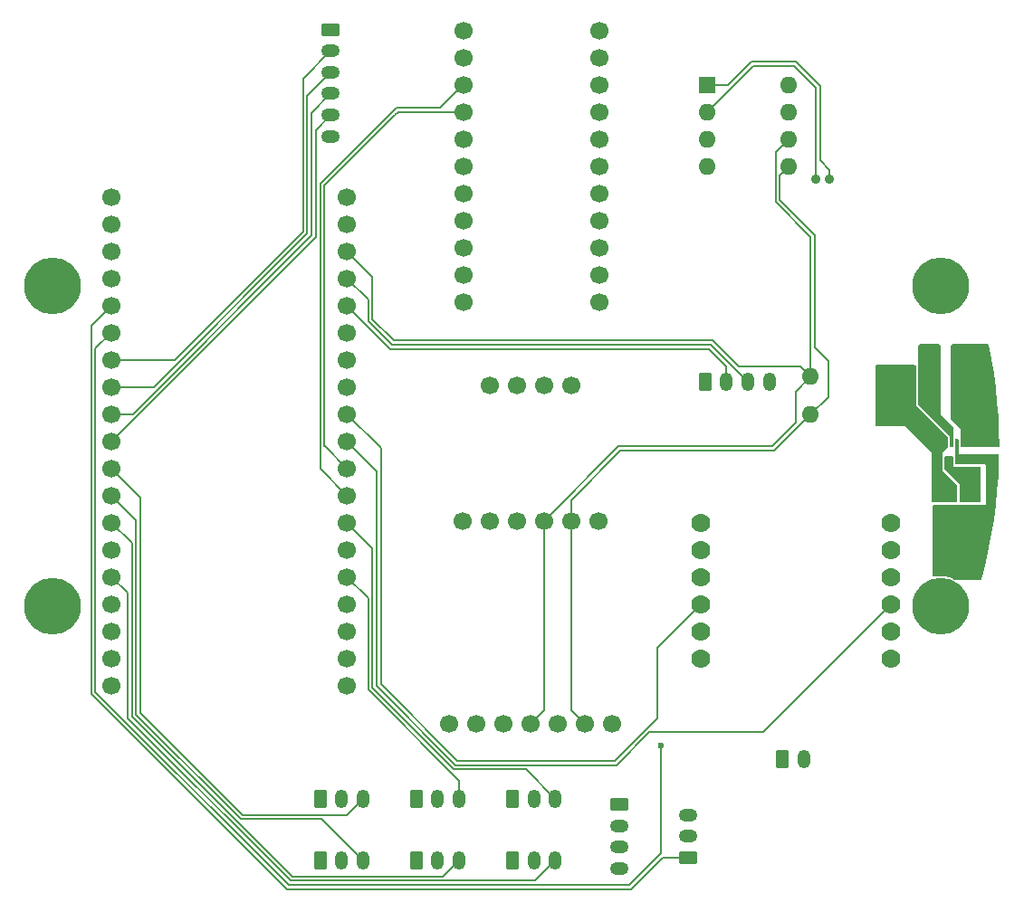
<source format=gbr>
%TF.GenerationSoftware,KiCad,Pcbnew,8.0.5*%
%TF.CreationDate,2025-05-01T20:42:10-04:00*%
%TF.ProjectId,CanSat_Sensor_Board,43616e53-6174-45f5-9365-6e736f725f42,rev?*%
%TF.SameCoordinates,Original*%
%TF.FileFunction,Copper,L4,Bot*%
%TF.FilePolarity,Positive*%
%FSLAX46Y46*%
G04 Gerber Fmt 4.6, Leading zero omitted, Abs format (unit mm)*
G04 Created by KiCad (PCBNEW 8.0.5) date 2025-05-01 20:42:10*
%MOMM*%
%LPD*%
G01*
G04 APERTURE LIST*
G04 Aperture macros list*
%AMRoundRect*
0 Rectangle with rounded corners*
0 $1 Rounding radius*
0 $2 $3 $4 $5 $6 $7 $8 $9 X,Y pos of 4 corners*
0 Add a 4 corners polygon primitive as box body*
4,1,4,$2,$3,$4,$5,$6,$7,$8,$9,$2,$3,0*
0 Add four circle primitives for the rounded corners*
1,1,$1+$1,$2,$3*
1,1,$1+$1,$4,$5*
1,1,$1+$1,$6,$7*
1,1,$1+$1,$8,$9*
0 Add four rect primitives between the rounded corners*
20,1,$1+$1,$2,$3,$4,$5,0*
20,1,$1+$1,$4,$5,$6,$7,0*
20,1,$1+$1,$6,$7,$8,$9,0*
20,1,$1+$1,$8,$9,$2,$3,0*%
G04 Aperture macros list end*
%TA.AperFunction,ComponentPad*%
%ADD10C,1.600000*%
%TD*%
%TA.AperFunction,ComponentPad*%
%ADD11O,1.600000X1.600000*%
%TD*%
%TA.AperFunction,ComponentPad*%
%ADD12RoundRect,0.250000X-0.350000X-0.625000X0.350000X-0.625000X0.350000X0.625000X-0.350000X0.625000X0*%
%TD*%
%TA.AperFunction,ComponentPad*%
%ADD13O,1.200000X1.750000*%
%TD*%
%TA.AperFunction,ComponentPad*%
%ADD14RoundRect,0.250000X-0.625000X0.350000X-0.625000X-0.350000X0.625000X-0.350000X0.625000X0.350000X0*%
%TD*%
%TA.AperFunction,ComponentPad*%
%ADD15O,1.750000X1.200000*%
%TD*%
%TA.AperFunction,ComponentPad*%
%ADD16C,1.700000*%
%TD*%
%TA.AperFunction,ComponentPad*%
%ADD17C,0.910000*%
%TD*%
%TA.AperFunction,ComponentPad*%
%ADD18C,1.778000*%
%TD*%
%TA.AperFunction,WasherPad*%
%ADD19C,1.700000*%
%TD*%
%TA.AperFunction,ComponentPad*%
%ADD20RoundRect,0.250000X0.625000X-0.350000X0.625000X0.350000X-0.625000X0.350000X-0.625000X-0.350000X0*%
%TD*%
%TA.AperFunction,ComponentPad*%
%ADD21R,1.600000X1.600000*%
%TD*%
%TA.AperFunction,SMDPad,CuDef*%
%ADD22C,5.300000*%
%TD*%
%TA.AperFunction,ViaPad*%
%ADD23C,0.600000*%
%TD*%
%TA.AperFunction,Conductor*%
%ADD24C,0.200000*%
%TD*%
G04 APERTURE END LIST*
D10*
%TO.P,R2,1*%
%TO.N,/5V*%
X187000000Y-97000000D03*
D11*
%TO.P,R2,2*%
%TO.N,Net-(Adafruit_BME280_STEMMA_QT_U3-Pin_6)*%
X179380000Y-97000000D03*
%TD*%
D12*
%TO.P,J9,1,Pin_1*%
%TO.N,GND*%
X133500000Y-138750000D03*
D13*
%TO.P,J9,2,Pin_2*%
%TO.N,/7.4V*%
X135500000Y-138750000D03*
%TO.P,J9,3,Pin_3*%
%TO.N,Net-(ESP32-DEVKIT-32_U1-IO14)*%
X137500000Y-138750000D03*
%TD*%
D14*
%TO.P,J2,1,Pin_1*%
%TO.N,/7.4V*%
X134500000Y-61000000D03*
D15*
%TO.P,J2,2,Pin_2*%
%TO.N,Net-(ESP32-DEVKIT-32_U1-IO32)*%
X134500000Y-63000000D03*
%TO.P,J2,3,Pin_3*%
%TO.N,Net-(ESP32-DEVKIT-32_U1-IO33)*%
X134500000Y-65000000D03*
%TO.P,J2,4,Pin_4*%
%TO.N,Net-(ESP32-DEVKIT-32_U1-IO25)*%
X134500000Y-67000000D03*
%TO.P,J2,5,Pin_5*%
%TO.N,Net-(ESP32-DEVKIT-32_U1-IO26)*%
X134500000Y-69000000D03*
%TO.P,J2,6,Pin_6*%
%TO.N,GND*%
X134500000Y-71000000D03*
%TD*%
D16*
%TO.P,SparkFunXBeeExplorer_U2,JP5_1,GND*%
%TO.N,GND*%
X146900000Y-86500000D03*
%TO.P,SparkFunXBeeExplorer_U2,JP5_2,DTR*%
%TO.N,unconnected-(SparkFunXBeeExplorer_U2-DTR-PadJP5_2)*%
X146900000Y-83960000D03*
%TO.P,SparkFunXBeeExplorer_U2,JP5_3,RES1*%
%TO.N,unconnected-(SparkFunXBeeExplorer_U2-RES1-PadJP5_3)*%
X146900000Y-81420000D03*
%TO.P,SparkFunXBeeExplorer_U2,JP5_4,DIO11*%
%TO.N,unconnected-(SparkFunXBeeExplorer_U2-DIO11-PadJP5_4)*%
X146900000Y-78880000D03*
%TO.P,SparkFunXBeeExplorer_U2,JP5_5,RSSI*%
%TO.N,unconnected-(SparkFunXBeeExplorer_U2-RSSI-PadJP5_5)*%
X146900000Y-76340000D03*
%TO.P,SparkFunXBeeExplorer_U2,JP5_6,RESET*%
%TO.N,unconnected-(SparkFunXBeeExplorer_U2-RESET-PadJP5_6)*%
X146900000Y-73800000D03*
%TO.P,SparkFunXBeeExplorer_U2,JP5_7,DIO12*%
%TO.N,unconnected-(SparkFunXBeeExplorer_U2-DIO12-PadJP5_7)*%
X146900000Y-71260000D03*
%TO.P,SparkFunXBeeExplorer_U2,JP5_8,DIN*%
%TO.N,Net-(ESP32-DEVKIT-32_U1-IO17)*%
X146900000Y-68720000D03*
%TO.P,SparkFunXBeeExplorer_U2,JP5_9,DOUT*%
%TO.N,Net-(ESP32-DEVKIT-32_U1-IO16)*%
X146900000Y-66180000D03*
%TO.P,SparkFunXBeeExplorer_U2,JP5_10,3.3V*%
%TO.N,/3.3V*%
X146900000Y-63640000D03*
%TO.P,SparkFunXBeeExplorer_U2,JP5_11,GND*%
%TO.N,GND*%
X146900000Y-61100000D03*
%TO.P,SparkFunXBeeExplorer_U2,JP6_1,DIO0*%
%TO.N,unconnected-(SparkFunXBeeExplorer_U2-DIO0-PadJP6_1)*%
X159600000Y-61100000D03*
%TO.P,SparkFunXBeeExplorer_U2,JP6_2,DIO1*%
%TO.N,unconnected-(SparkFunXBeeExplorer_U2-DIO1-PadJP6_2)*%
X159600000Y-63640000D03*
%TO.P,SparkFunXBeeExplorer_U2,JP6_3,DIO2*%
%TO.N,unconnected-(SparkFunXBeeExplorer_U2-DIO2-PadJP6_3)*%
X159600000Y-66180000D03*
%TO.P,SparkFunXBeeExplorer_U2,JP6_4,DIO3*%
%TO.N,unconnected-(SparkFunXBeeExplorer_U2-DIO3-PadJP6_4)*%
X159600000Y-68720000D03*
%TO.P,SparkFunXBeeExplorer_U2,JP6_5,RTS*%
%TO.N,unconnected-(SparkFunXBeeExplorer_U2-RTS-PadJP6_5)*%
X159600000Y-71260000D03*
%TO.P,SparkFunXBeeExplorer_U2,JP6_6,DIO5*%
%TO.N,unconnected-(SparkFunXBeeExplorer_U2-DIO5-PadJP6_6)*%
X159600000Y-73800000D03*
%TO.P,SparkFunXBeeExplorer_U2,JP6_7,RES2*%
%TO.N,unconnected-(SparkFunXBeeExplorer_U2-RES2-PadJP6_7)*%
X159600000Y-76340000D03*
%TO.P,SparkFunXBeeExplorer_U2,JP6_8,DIO9*%
%TO.N,unconnected-(SparkFunXBeeExplorer_U2-DIO9-PadJP6_8)*%
X159600000Y-78880000D03*
%TO.P,SparkFunXBeeExplorer_U2,JP6_9,CTS*%
%TO.N,unconnected-(SparkFunXBeeExplorer_U2-CTS-PadJP6_9)*%
X159600000Y-81420000D03*
%TO.P,SparkFunXBeeExplorer_U2,JP6_10,DIO4*%
%TO.N,unconnected-(SparkFunXBeeExplorer_U2-DIO4-PadJP6_10)*%
X159600000Y-83960000D03*
%TO.P,SparkFunXBeeExplorer_U2,JP6_11,5V*%
%TO.N,unconnected-(SparkFunXBeeExplorer_U2-5V-PadJP6_11)*%
X159600000Y-86500000D03*
%TD*%
%TO.P,ESP32-DEVKIT-32_U1,J2-1,3V3*%
%TO.N,unconnected-(ESP32-DEVKIT-32_U1-3V3-PadJ2-1)*%
X114000000Y-76670000D03*
%TO.P,ESP32-DEVKIT-32_U1,J2-2,EN*%
%TO.N,unconnected-(ESP32-DEVKIT-32_U1-EN-PadJ2-2)*%
X114000000Y-79210000D03*
%TO.P,ESP32-DEVKIT-32_U1,J2-3,SENSOR_VP*%
%TO.N,unconnected-(ESP32-DEVKIT-32_U1-SENSOR_VP-PadJ2-3)*%
X114000000Y-81750000D03*
%TO.P,ESP32-DEVKIT-32_U1,J2-4,SENSOR_VN*%
%TO.N,/ADC*%
X114000000Y-84290000D03*
%TO.P,ESP32-DEVKIT-32_U1,J2-5,IO34*%
%TO.N,Net-(ESP32-DEVKIT-32_U1-IO34)*%
X114000000Y-86830000D03*
%TO.P,ESP32-DEVKIT-32_U1,J2-6,IO35*%
%TO.N,Net-(Adafruit_BNO085_U5-~{INT})*%
X114000000Y-89370000D03*
%TO.P,ESP32-DEVKIT-32_U1,J2-7,IO32*%
%TO.N,Net-(ESP32-DEVKIT-32_U1-IO32)*%
X114000000Y-91910000D03*
%TO.P,ESP32-DEVKIT-32_U1,J2-8,IO33*%
%TO.N,Net-(ESP32-DEVKIT-32_U1-IO33)*%
X114000000Y-94450000D03*
%TO.P,ESP32-DEVKIT-32_U1,J2-9,IO25*%
%TO.N,Net-(ESP32-DEVKIT-32_U1-IO25)*%
X114000000Y-96990000D03*
%TO.P,ESP32-DEVKIT-32_U1,J2-10,IO26*%
%TO.N,Net-(ESP32-DEVKIT-32_U1-IO26)*%
X114000000Y-99530000D03*
%TO.P,ESP32-DEVKIT-32_U1,J2-11,IO27*%
%TO.N,Net-(ESP32-DEVKIT-32_U1-IO27)*%
X114000000Y-102070000D03*
%TO.P,ESP32-DEVKIT-32_U1,J2-12,IO14*%
%TO.N,Net-(ESP32-DEVKIT-32_U1-IO14)*%
X114000000Y-104610000D03*
%TO.P,ESP32-DEVKIT-32_U1,J2-13,IO12*%
%TO.N,Net-(ESP32-DEVKIT-32_U1-IO12)*%
X114000000Y-107150000D03*
%TO.P,ESP32-DEVKIT-32_U1,J2-14,GND1*%
%TO.N,GND*%
X114000000Y-109690000D03*
%TO.P,ESP32-DEVKIT-32_U1,J2-15,IO13*%
%TO.N,Net-(ESP32-DEVKIT-32_U1-IO13)*%
X114000000Y-112230000D03*
%TO.P,ESP32-DEVKIT-32_U1,J2-16,SD2*%
%TO.N,unconnected-(ESP32-DEVKIT-32_U1-SD2-PadJ2-16)*%
X114000000Y-114770000D03*
%TO.P,ESP32-DEVKIT-32_U1,J2-17,SD3*%
%TO.N,unconnected-(ESP32-DEVKIT-32_U1-SD3-PadJ2-17)*%
X114000000Y-117310000D03*
%TO.P,ESP32-DEVKIT-32_U1,J2-18,CMD*%
%TO.N,unconnected-(ESP32-DEVKIT-32_U1-CMD-PadJ2-18)*%
X114000000Y-119850000D03*
%TO.P,ESP32-DEVKIT-32_U1,J2-19,EXT_5V*%
%TO.N,/7.4V*%
X114000000Y-122390000D03*
%TO.P,ESP32-DEVKIT-32_U1,J3-1,GND3*%
%TO.N,GND*%
X136000000Y-76670000D03*
%TO.P,ESP32-DEVKIT-32_U1,J3-2,IO23*%
%TO.N,Net-(Adafruit_BNO085_U5-DI)*%
X136000000Y-79210000D03*
%TO.P,ESP32-DEVKIT-32_U1,J3-3,IO22*%
%TO.N,Net-(Adafruit_BME280_STEMMA_QT_U3-Pin_4)*%
X136000000Y-81750000D03*
%TO.P,ESP32-DEVKIT-32_U1,J3-4,TXD0*%
%TO.N,Net-(ESP32-DEVKIT-32_U1-TXD0)*%
X136000000Y-84290000D03*
%TO.P,ESP32-DEVKIT-32_U1,J3-5,RXD0*%
%TO.N,Net-(ESP32-DEVKIT-32_U1-RXD0)*%
X136000000Y-86830000D03*
%TO.P,ESP32-DEVKIT-32_U1,J3-6,IO21*%
%TO.N,Net-(Adafruit_BME280_STEMMA_QT_U3-Pin_6)*%
X136000000Y-89370000D03*
%TO.P,ESP32-DEVKIT-32_U1,J3-7,GND2*%
%TO.N,GND*%
X136000000Y-91910000D03*
%TO.P,ESP32-DEVKIT-32_U1,J3-8,IO19*%
%TO.N,Net-(Adafruit_BNO085_U5-SDA)*%
X136000000Y-94450000D03*
%TO.P,ESP32-DEVKIT-32_U1,J3-9,IO18*%
%TO.N,Net-(Adafruit_BNO085_U5-SCL)*%
X136000000Y-96990000D03*
%TO.P,ESP32-DEVKIT-32_U1,J3-10,IO5*%
%TO.N,Net-(Adafruit_BNO085_U5-~{RST})*%
X136000000Y-99530000D03*
%TO.P,ESP32-DEVKIT-32_U1,J3-11,IO17*%
%TO.N,Net-(ESP32-DEVKIT-32_U1-IO17)*%
X136000000Y-102070000D03*
%TO.P,ESP32-DEVKIT-32_U1,J3-12,IO16*%
%TO.N,Net-(ESP32-DEVKIT-32_U1-IO16)*%
X136000000Y-104610000D03*
%TO.P,ESP32-DEVKIT-32_U1,J3-13,IO4*%
%TO.N,Net-(ESP32-DEVKIT-32_U1-IO4)*%
X136000000Y-107150000D03*
%TO.P,ESP32-DEVKIT-32_U1,J3-14,IO0*%
%TO.N,unconnected-(ESP32-DEVKIT-32_U1-IO0-PadJ3-14)*%
X136000000Y-109690000D03*
%TO.P,ESP32-DEVKIT-32_U1,J3-15,IO2*%
%TO.N,Net-(ESP32-DEVKIT-32_U1-IO2)*%
X136000000Y-112230000D03*
%TO.P,ESP32-DEVKIT-32_U1,J3-16,IO15*%
%TO.N,Net-(Adafruit_BNO085_U5-CS)*%
X136000000Y-114770000D03*
%TO.P,ESP32-DEVKIT-32_U1,J3-17,SD1*%
%TO.N,unconnected-(ESP32-DEVKIT-32_U1-SD1-PadJ3-17)*%
X136000000Y-117310000D03*
%TO.P,ESP32-DEVKIT-32_U1,J3-18,SD0*%
%TO.N,unconnected-(ESP32-DEVKIT-32_U1-SD0-PadJ3-18)*%
X136000000Y-119850000D03*
%TO.P,ESP32-DEVKIT-32_U1,J3-19,CLK*%
%TO.N,unconnected-(ESP32-DEVKIT-32_U1-CLK-PadJ3-19)*%
X136000000Y-122390000D03*
%TD*%
D17*
%TO.P,Y1,1*%
%TO.N,Net-(DS1307+_U6-X1)*%
X181135000Y-75000000D03*
%TO.P,Y1,2*%
%TO.N,Net-(DS1307+_U6-X2)*%
X179865000Y-75000000D03*
%TD*%
D16*
%TO.P,Adafruit_BME280_STEMMA_QT_U3,1,Pin_1*%
%TO.N,/3.3V*%
X145540000Y-126000000D03*
%TO.P,Adafruit_BME280_STEMMA_QT_U3,2,Pin_2*%
%TO.N,unconnected-(Adafruit_BME280_STEMMA_QT_U3-Pin_2-Pad2)*%
X148080000Y-126000000D03*
%TO.P,Adafruit_BME280_STEMMA_QT_U3,3,Pin_3*%
%TO.N,GND*%
X150620000Y-126000000D03*
%TO.P,Adafruit_BME280_STEMMA_QT_U3,4,Pin_4*%
%TO.N,Net-(Adafruit_BME280_STEMMA_QT_U3-Pin_4)*%
X153160000Y-126000000D03*
%TO.P,Adafruit_BME280_STEMMA_QT_U3,5,Pin_5*%
%TO.N,unconnected-(Adafruit_BME280_STEMMA_QT_U3-Pin_5-Pad5)*%
X155700000Y-126000000D03*
%TO.P,Adafruit_BME280_STEMMA_QT_U3,6,Pin_6*%
%TO.N,Net-(Adafruit_BME280_STEMMA_QT_U3-Pin_6)*%
X158240000Y-126000000D03*
%TO.P,Adafruit_BME280_STEMMA_QT_U3,7,Pin_7*%
%TO.N,unconnected-(Adafruit_BME280_STEMMA_QT_U3-Pin_7-Pad7)*%
X160780000Y-126000000D03*
%TD*%
D12*
%TO.P,J8,1,Pin_1*%
%TO.N,GND*%
X133500000Y-133000000D03*
D13*
%TO.P,J8,2,Pin_2*%
%TO.N,/7.4V*%
X135500000Y-133000000D03*
%TO.P,J8,3,Pin_3*%
%TO.N,Net-(ESP32-DEVKIT-32_U1-IO27)*%
X137500000Y-133000000D03*
%TD*%
D12*
%TO.P,J4,1,Pin_1*%
%TO.N,GND*%
X169500000Y-93950000D03*
D13*
%TO.P,J4,2,Pin_2*%
%TO.N,Net-(ESP32-DEVKIT-32_U1-RXD0)*%
X171500000Y-93950000D03*
%TO.P,J4,3,Pin_3*%
%TO.N,Net-(ESP32-DEVKIT-32_U1-TXD0)*%
X173500000Y-93950000D03*
%TO.P,J4,4,Pin_4*%
%TO.N,/3.3V*%
X175500000Y-93950000D03*
%TD*%
D12*
%TO.P,J11,1,Pin_1*%
%TO.N,GND*%
X151500000Y-138750000D03*
D13*
%TO.P,J11,2,Pin_2*%
%TO.N,/7.4V*%
X153500000Y-138750000D03*
%TO.P,J11,3,Pin_3*%
%TO.N,Net-(ESP32-DEVKIT-32_U1-IO13)*%
X155500000Y-138750000D03*
%TD*%
D18*
%TO.P,Adafruit_BNO085_U5,JP2_6,CS*%
%TO.N,Net-(Adafruit_BNO085_U5-CS)*%
X186890000Y-119850000D03*
%TO.P,Adafruit_BNO085_U5,JP2_5,DI*%
%TO.N,Net-(Adafruit_BNO085_U5-DI)*%
X186890000Y-117310000D03*
%TO.P,Adafruit_BNO085_U5,JP2_4,~{RST}*%
%TO.N,Net-(Adafruit_BNO085_U5-~{RST})*%
X186890000Y-114770000D03*
%TO.P,Adafruit_BNO085_U5,JP2_3,P1*%
%TO.N,unconnected-(Adafruit_BNO085_U5-P1-PadJP2_3)*%
X186890000Y-112230000D03*
%TO.P,Adafruit_BNO085_U5,JP2_2,P0*%
%TO.N,unconnected-(Adafruit_BNO085_U5-P0-PadJP2_2)*%
X186890000Y-109690000D03*
%TO.P,Adafruit_BNO085_U5,JP2_1,BT*%
%TO.N,unconnected-(Adafruit_BNO085_U5-BT-PadJP2_1)*%
X186890000Y-107150000D03*
%TO.P,Adafruit_BNO085_U5,JP1_6,~{INT}*%
%TO.N,Net-(Adafruit_BNO085_U5-~{INT})*%
X169110000Y-119850000D03*
%TO.P,Adafruit_BNO085_U5,JP1_5,SDA*%
%TO.N,Net-(Adafruit_BNO085_U5-SDA)*%
X169110000Y-117310000D03*
%TO.P,Adafruit_BNO085_U5,JP1_4,SCL*%
%TO.N,Net-(Adafruit_BNO085_U5-SCL)*%
X169110000Y-114770000D03*
%TO.P,Adafruit_BNO085_U5,JP1_3,GND*%
%TO.N,GND*%
X169110000Y-112230000D03*
%TO.P,Adafruit_BNO085_U5,JP1_2,3VO*%
%TO.N,unconnected-(Adafruit_BNO085_U5-3VO-PadJP1_2)*%
X169110000Y-109690000D03*
%TO.P,Adafruit_BNO085_U5,JP1_1,VIN*%
%TO.N,/3.3V*%
X169110000Y-107150000D03*
%TD*%
D10*
%TO.P,R3,1*%
%TO.N,/5V*%
X187000000Y-93500000D03*
D11*
%TO.P,R3,2*%
%TO.N,Net-(Adafruit_BME280_STEMMA_QT_U3-Pin_4)*%
X179380000Y-93500000D03*
%TD*%
D19*
%TO.P,Adafruit_LIS3MDL_U4,*%
%TO.N,*%
X149350000Y-94300000D03*
X151890000Y-94300000D03*
X154430000Y-94300000D03*
X156970000Y-94300000D03*
D16*
%TO.P,Adafruit_LIS3MDL_U4,1,Pin_1*%
%TO.N,/3.3V*%
X146810000Y-107000000D03*
%TO.P,Adafruit_LIS3MDL_U4,2,Pin_2*%
%TO.N,unconnected-(Adafruit_LIS3MDL_U4-Pin_2-Pad2)*%
X149350000Y-107000000D03*
%TO.P,Adafruit_LIS3MDL_U4,3,Pin_3*%
%TO.N,GND*%
X151890000Y-107000000D03*
%TO.P,Adafruit_LIS3MDL_U4,4,Pin_4*%
%TO.N,Net-(Adafruit_BME280_STEMMA_QT_U3-Pin_4)*%
X154430000Y-107000000D03*
%TO.P,Adafruit_LIS3MDL_U4,5,Pin_5*%
%TO.N,Net-(Adafruit_BME280_STEMMA_QT_U3-Pin_6)*%
X156970000Y-107000000D03*
%TO.P,Adafruit_LIS3MDL_U4,6,Pin_6*%
%TO.N,unconnected-(Adafruit_LIS3MDL_U4-Pin_6-Pad6)*%
X159510000Y-107000000D03*
%TD*%
D12*
%TO.P,J10,1,Pin_1*%
%TO.N,GND*%
X142500000Y-138750000D03*
D13*
%TO.P,J10,2,Pin_2*%
%TO.N,/7.4V*%
X144500000Y-138750000D03*
%TO.P,J10,3,Pin_3*%
%TO.N,Net-(ESP32-DEVKIT-32_U1-IO12)*%
X146500000Y-138750000D03*
%TD*%
D20*
%TO.P,J3,1,Pin_1*%
%TO.N,Net-(ESP32-DEVKIT-32_U1-IO34)*%
X167950000Y-138500000D03*
D15*
%TO.P,J3,2,Pin_2*%
%TO.N,GND*%
X167950000Y-136500000D03*
%TO.P,J3,3,Pin_3*%
%TO.N,/3.3V*%
X167950000Y-134500000D03*
%TD*%
D12*
%TO.P,J6,1,Pin_1*%
%TO.N,GND*%
X142500000Y-133000000D03*
D13*
%TO.P,J6,2,Pin_2*%
%TO.N,/7.4V*%
X144500000Y-133000000D03*
%TO.P,J6,3,Pin_3*%
%TO.N,Net-(ESP32-DEVKIT-32_U1-IO2)*%
X146500000Y-133000000D03*
%TD*%
D12*
%TO.P,J5,1,Pin_1*%
%TO.N,Net-(J5-Pin_1)*%
X176750000Y-129250000D03*
D13*
%TO.P,J5,2,Pin_2*%
%TO.N,GND*%
X178750000Y-129250000D03*
%TD*%
D14*
%TO.P,J1,1,Pin_1*%
%TO.N,/3.3V*%
X161500000Y-133500000D03*
D15*
%TO.P,J1,2,Pin_2*%
%TO.N,/7.4V*%
X161500000Y-135500000D03*
%TO.P,J1,3,Pin_3*%
%TO.N,/ADC*%
X161500000Y-137500000D03*
%TO.P,J1,4,Pin_4*%
%TO.N,GND*%
X161500000Y-139500000D03*
%TD*%
D21*
%TO.P,DS1307+_U6,1,X1*%
%TO.N,Net-(DS1307+_U6-X1)*%
X169700000Y-66200000D03*
D11*
%TO.P,DS1307+_U6,2,X2*%
%TO.N,Net-(DS1307+_U6-X2)*%
X169700000Y-68740000D03*
%TO.P,DS1307+_U6,3,VBAT*%
%TO.N,Net-(DS1307+_U6-VBAT)*%
X169700000Y-71280000D03*
%TO.P,DS1307+_U6,4,GND*%
%TO.N,GND*%
X169700000Y-73820000D03*
%TO.P,DS1307+_U6,5,SDA*%
%TO.N,Net-(Adafruit_BME280_STEMMA_QT_U3-Pin_6)*%
X177320000Y-73820000D03*
%TO.P,DS1307+_U6,6,SCL*%
%TO.N,Net-(Adafruit_BME280_STEMMA_QT_U3-Pin_4)*%
X177320000Y-71280000D03*
%TO.P,DS1307+_U6,7,SQW/OUT*%
%TO.N,unconnected-(DS1307+_U6-SQW{slash}OUT-Pad7)*%
X177320000Y-68740000D03*
%TO.P,DS1307+_U6,8,VCC*%
%TO.N,/5V*%
X177320000Y-66200000D03*
%TD*%
D12*
%TO.P,J7,1,Pin_1*%
%TO.N,GND*%
X151500000Y-133000000D03*
D13*
%TO.P,J7,2,Pin_2*%
%TO.N,/7.4V*%
X153500000Y-133000000D03*
%TO.P,J7,3,Pin_3*%
%TO.N,Net-(ESP32-DEVKIT-32_U1-IO4)*%
X155500000Y-133000000D03*
%TD*%
D22*
%TO.P,REF\u002A\u002A,1*%
%TO.N,N/C*%
X108500000Y-85000000D03*
%TD*%
%TO.P,REF\u002A\u002A,1*%
%TO.N,N/C*%
X191500000Y-85000000D03*
%TD*%
%TO.P,REF\u002A\u002A,1*%
%TO.N,N/C*%
X108500000Y-115000000D03*
%TD*%
%TO.P,REF\u002A\u002A,1*%
%TO.N,N/C*%
X191500000Y-115000000D03*
%TD*%
D23*
%TO.N,Net-(Adafruit_BNO085_U5-~{INT})*%
X165400000Y-128000000D03*
%TO.N,/3.3V*%
X195250000Y-99000000D03*
X193525000Y-92500000D03*
X194250000Y-97250000D03*
X194250000Y-104250000D03*
X194750000Y-102500000D03*
X196000000Y-97750000D03*
X195500000Y-95750000D03*
X193750000Y-95500000D03*
X193500000Y-102500000D03*
%TO.N,GND*%
X191750000Y-106250001D03*
X194250000Y-106250001D03*
X193750000Y-108250000D03*
X194750000Y-110250000D03*
X193500000Y-111250000D03*
X191750000Y-109750000D03*
X191750000Y-111000000D03*
X193000000Y-109500000D03*
X195000000Y-108250000D03*
X191500000Y-108250000D03*
%TO.N,/5V*%
X190500000Y-99250000D03*
X191750000Y-104250000D03*
X189250000Y-97750000D03*
X188750000Y-94250000D03*
%TO.N,/SW*%
X190475000Y-92500000D03*
X190500000Y-94500000D03*
X190500000Y-96000000D03*
%TD*%
D24*
%TO.N,Net-(DS1307+_U6-X2)*%
X174040000Y-64400000D02*
X169700000Y-68740000D01*
X179865000Y-75000000D02*
X179865000Y-66430686D01*
X177834314Y-64400000D02*
X174040000Y-64400000D01*
X179865000Y-66430686D02*
X177834314Y-64400000D01*
%TO.N,Net-(DS1307+_U6-X1)*%
X181135000Y-75000000D02*
X181135000Y-74135000D01*
X171674314Y-66200000D02*
X169700000Y-66200000D01*
X180265000Y-73265000D02*
X180265000Y-66265000D01*
X181135000Y-74135000D02*
X180265000Y-73265000D01*
X173874314Y-64000000D02*
X171674314Y-66200000D01*
X180265000Y-66265000D02*
X178000000Y-64000000D01*
X178000000Y-64000000D02*
X173874314Y-64000000D01*
%TO.N,Net-(Adafruit_BME280_STEMMA_QT_U3-Pin_4)*%
X172615686Y-92500000D02*
X170215686Y-90100000D01*
X138400000Y-84150000D02*
X136000000Y-81750000D01*
X175814314Y-100000000D02*
X161430000Y-100000000D01*
X179380000Y-80380000D02*
X176100000Y-77100000D01*
X154430000Y-124730000D02*
X153160000Y-126000000D01*
X179380000Y-93500000D02*
X178000000Y-94880000D01*
X140401372Y-90100000D02*
X138400000Y-88098628D01*
X161430000Y-100000000D02*
X154430000Y-107000000D01*
X178000000Y-94880000D02*
X178000000Y-97814314D01*
X178380000Y-92500000D02*
X172615686Y-92500000D01*
X154430000Y-107000000D02*
X154430000Y-124730000D01*
X170215686Y-90100000D02*
X140401372Y-90100000D01*
X176100000Y-72500000D02*
X177320000Y-71280000D01*
X176100000Y-77100000D02*
X176100000Y-72500000D01*
X179380000Y-93500000D02*
X179380000Y-80380000D01*
X179380000Y-93500000D02*
X178380000Y-92500000D01*
X178000000Y-97814314D02*
X175814314Y-100000000D01*
X138400000Y-88098628D02*
X138400000Y-84150000D01*
%TO.N,Net-(Adafruit_BME280_STEMMA_QT_U3-Pin_6)*%
X156970000Y-124730000D02*
X158240000Y-126000000D01*
X175980000Y-100400000D02*
X161595686Y-100400000D01*
X156970000Y-107000000D02*
X156970000Y-124730000D01*
X156970000Y-105025686D02*
X156970000Y-107000000D01*
X179780000Y-80214314D02*
X179780000Y-90780000D01*
X179380000Y-97000000D02*
X175980000Y-100400000D01*
X176500000Y-74640000D02*
X176500000Y-76934314D01*
X178000000Y-74000000D02*
X177820000Y-73820000D01*
X177320000Y-73820000D02*
X176500000Y-74640000D01*
X176500000Y-76934314D02*
X179780000Y-80214314D01*
X179780000Y-90780000D02*
X181000000Y-92000000D01*
X181000000Y-92000000D02*
X181000000Y-95380000D01*
X181000000Y-95380000D02*
X179380000Y-97000000D01*
X161595686Y-100400000D02*
X156970000Y-105025686D01*
%TO.N,Net-(Adafruit_BNO085_U5-~{RST})*%
X136000000Y-99530000D02*
X138800000Y-102330000D01*
X174910000Y-126750000D02*
X186890000Y-114770000D01*
X164315686Y-126750000D02*
X174910000Y-126750000D01*
X146174264Y-129825736D02*
X161239950Y-129825736D01*
X138800000Y-102330000D02*
X138800000Y-122451472D01*
X161239950Y-129825736D02*
X164315686Y-126750000D01*
X138800000Y-122451472D02*
X146174264Y-129825736D01*
%TO.N,Net-(Adafruit_BNO085_U5-~{INT})*%
X112500000Y-123000000D02*
X112500000Y-90870000D01*
X162450000Y-141050000D02*
X130550000Y-141050000D01*
X112500000Y-90870000D02*
X114000000Y-89370000D01*
X165400000Y-138100000D02*
X162450000Y-141050000D01*
X165400000Y-128000000D02*
X165400000Y-138100000D01*
X130550000Y-141050000D02*
X112500000Y-123000000D01*
%TO.N,Net-(Adafruit_BNO085_U5-SCL)*%
X161074264Y-129425736D02*
X146339950Y-129425736D01*
X165000000Y-118880000D02*
X165000000Y-125500000D01*
X139200000Y-100190000D02*
X136000000Y-96990000D01*
X169110000Y-114770000D02*
X165000000Y-118880000D01*
X139200000Y-122285786D02*
X139200000Y-100190000D01*
X146339950Y-129425736D02*
X139200000Y-122285786D01*
X165000000Y-125500000D02*
X161074264Y-129425736D01*
%TO.N,Net-(ESP32-DEVKIT-32_U1-IO27)*%
X136000000Y-134500000D02*
X126262744Y-134500000D01*
X137500000Y-133000000D02*
X137500000Y-132802942D01*
X126262744Y-134500000D02*
X116700000Y-124937256D01*
X137500000Y-133000000D02*
X136000000Y-134500000D01*
X116700000Y-104770000D02*
X114000000Y-102070000D01*
X116700000Y-124937256D02*
X116700000Y-104770000D01*
%TO.N,Net-(ESP32-DEVKIT-32_U1-IO4)*%
X138400000Y-122617158D02*
X145782843Y-130000000D01*
X138400000Y-109550000D02*
X138400000Y-122617158D01*
X136000000Y-107150000D02*
X138400000Y-109550000D01*
X146008578Y-130225736D02*
X152725736Y-130225736D01*
X152725736Y-130225736D02*
X155500000Y-133000000D01*
X145782843Y-130000000D02*
X146008578Y-130225736D01*
%TO.N,Net-(ESP32-DEVKIT-32_U1-IO16)*%
X140614314Y-68320000D02*
X133500000Y-75434314D01*
X133500000Y-102110000D02*
X136000000Y-104610000D01*
X146820000Y-66180000D02*
X144680000Y-68320000D01*
X133500000Y-75434314D02*
X133500000Y-102110000D01*
X146900000Y-66180000D02*
X146820000Y-66180000D01*
X144680000Y-68320000D02*
X140614314Y-68320000D01*
%TO.N,Net-(ESP32-DEVKIT-32_U1-IO32)*%
X131900000Y-79932942D02*
X119922942Y-91910000D01*
X134500000Y-63000000D02*
X131900000Y-65600000D01*
X119922942Y-91910000D02*
X114000000Y-91910000D01*
X131900000Y-65600000D02*
X131900000Y-79932942D01*
%TO.N,Net-(ESP32-DEVKIT-32_U1-IO2)*%
X138000000Y-122782843D02*
X138000000Y-114230000D01*
X146500000Y-131282843D02*
X138000000Y-122782843D01*
X138000000Y-114230000D02*
X136000000Y-112230000D01*
X146500000Y-133000000D02*
X146500000Y-131282843D01*
%TO.N,Net-(ESP32-DEVKIT-32_U1-IO33)*%
X117948628Y-94450000D02*
X114000000Y-94450000D01*
X132300000Y-80098628D02*
X117948628Y-94450000D01*
X134500000Y-65000000D02*
X132300000Y-67200000D01*
X132300000Y-67200000D02*
X132300000Y-80098628D01*
%TO.N,Net-(ESP32-DEVKIT-32_U1-TXD0)*%
X140235686Y-90500000D02*
X138000000Y-88264314D01*
X170050000Y-90500000D02*
X140235686Y-90500000D01*
X173500000Y-93950000D02*
X170050000Y-90500000D01*
X138000000Y-86290000D02*
X136000000Y-84290000D01*
X138000000Y-88264314D02*
X138000000Y-86290000D01*
%TO.N,Net-(ESP32-DEVKIT-32_U1-IO13)*%
X115500000Y-125434314D02*
X130715686Y-140650000D01*
X130715686Y-140650000D02*
X153600000Y-140650000D01*
X153600000Y-140650000D02*
X155500000Y-138750000D01*
X115500000Y-113730000D02*
X115500000Y-125434314D01*
X114000000Y-112230000D02*
X115500000Y-113730000D01*
%TO.N,Net-(ESP32-DEVKIT-32_U1-IO26)*%
X133100000Y-70400000D02*
X133100000Y-79900000D01*
X114000000Y-99530000D02*
X133100000Y-80430000D01*
X133100000Y-80430000D02*
X133100000Y-79900000D01*
X134500000Y-69000000D02*
X133100000Y-70400000D01*
%TO.N,Net-(ESP32-DEVKIT-32_U1-IO34)*%
X162615686Y-141450000D02*
X130384314Y-141450000D01*
X165565686Y-138500000D02*
X162615686Y-141450000D01*
X112100000Y-88730000D02*
X114000000Y-86830000D01*
X130384314Y-141450000D02*
X112100000Y-123165686D01*
X112100000Y-123165686D02*
X112100000Y-88730000D01*
X167950000Y-138500000D02*
X165565686Y-138500000D01*
%TO.N,Net-(ESP32-DEVKIT-32_U1-RXD0)*%
X136000000Y-86830000D02*
X140070000Y-90900000D01*
X140070000Y-90900000D02*
X140500000Y-90900000D01*
X171500000Y-93950000D02*
X171500000Y-92515686D01*
X171500000Y-92515686D02*
X169884314Y-90900000D01*
X169884314Y-90900000D02*
X140500000Y-90900000D01*
%TO.N,Net-(ESP32-DEVKIT-32_U1-IO17)*%
X136000000Y-102070000D02*
X133930000Y-100000000D01*
X133930000Y-100000000D02*
X133900000Y-100000000D01*
X133900000Y-100000000D02*
X133900000Y-75600000D01*
X140780000Y-68720000D02*
X140500000Y-69000000D01*
X133900000Y-75600000D02*
X140500000Y-69000000D01*
X146900000Y-68720000D02*
X140780000Y-68720000D01*
%TO.N,Net-(ESP32-DEVKIT-32_U1-IO14)*%
X116300000Y-125102942D02*
X116300000Y-106910000D01*
X133650000Y-134900000D02*
X126097058Y-134900000D01*
X137500000Y-138750000D02*
X133650000Y-134900000D01*
X126097058Y-134900000D02*
X116300000Y-125102942D01*
X116300000Y-106910000D02*
X114000000Y-104610000D01*
%TO.N,Net-(ESP32-DEVKIT-32_U1-IO12)*%
X115900000Y-109050000D02*
X114000000Y-107150000D01*
X145000000Y-140250000D02*
X130881372Y-140250000D01*
X115900000Y-125268628D02*
X115900000Y-109050000D01*
X146500000Y-138750000D02*
X145000000Y-140250000D01*
X130881372Y-140250000D02*
X115900000Y-125268628D01*
%TO.N,Net-(ESP32-DEVKIT-32_U1-IO25)*%
X115974314Y-96990000D02*
X114000000Y-96990000D01*
X134500000Y-67000000D02*
X132700000Y-68800000D01*
X132700000Y-80264314D02*
X115974314Y-96990000D01*
X132700000Y-68800000D02*
X132700000Y-80264314D01*
%TD*%
%TA.AperFunction,Conductor*%
%TO.N,/3.3V*%
G36*
X195984259Y-90469685D02*
G01*
X196030014Y-90522489D01*
X196039010Y-90550694D01*
X196266531Y-91739645D01*
X196285135Y-91836860D01*
X196285761Y-91840412D01*
X196502973Y-93186486D01*
X196503496Y-93190055D01*
X196681469Y-94541892D01*
X196681888Y-94545474D01*
X196820470Y-95901941D01*
X196820784Y-95905534D01*
X196919852Y-97265413D01*
X196920062Y-97269014D01*
X196979538Y-98631228D01*
X196979643Y-98634834D01*
X196999125Y-99974197D01*
X196980417Y-100041515D01*
X196928285Y-100088033D01*
X196875138Y-100100000D01*
X193524000Y-100100000D01*
X193456961Y-100080315D01*
X193411206Y-100027511D01*
X193400000Y-99976000D01*
X193400000Y-98350000D01*
X192536319Y-97486319D01*
X192502834Y-97424996D01*
X192500000Y-97398638D01*
X192500000Y-90574000D01*
X192519685Y-90506961D01*
X192572489Y-90461206D01*
X192624000Y-90450000D01*
X195917220Y-90450000D01*
X195984259Y-90469685D01*
G37*
%TD.AperFunction*%
%TD*%
%TA.AperFunction,Conductor*%
%TO.N,/3.3V*%
G36*
X192643039Y-100919685D02*
G01*
X192688794Y-100972489D01*
X192700000Y-101024000D01*
X192700000Y-101900000D01*
X193500000Y-101900000D01*
X195176000Y-101900000D01*
X195243039Y-101919685D01*
X195288794Y-101972489D01*
X195300000Y-102024000D01*
X195300000Y-105126000D01*
X195280315Y-105193039D01*
X195227511Y-105238794D01*
X195176000Y-105250000D01*
X193424000Y-105250000D01*
X193356961Y-105230315D01*
X193311206Y-105177511D01*
X193300000Y-105126000D01*
X193300000Y-103550000D01*
X191941819Y-102191819D01*
X191908334Y-102130496D01*
X191905500Y-102104138D01*
X191905500Y-101024000D01*
X191925185Y-100956961D01*
X191977989Y-100911206D01*
X192029500Y-100900000D01*
X192576000Y-100900000D01*
X192643039Y-100919685D01*
G37*
%TD.AperFunction*%
%TD*%
%TA.AperFunction,Conductor*%
%TO.N,/5V*%
G36*
X191700000Y-100599998D02*
G01*
X191700000Y-102250000D01*
X193013681Y-103563681D01*
X193047166Y-103625004D01*
X193050000Y-103651362D01*
X193050000Y-105126000D01*
X193030315Y-105193039D01*
X192977511Y-105238794D01*
X192926000Y-105250000D01*
X190824000Y-105250000D01*
X190756961Y-105230315D01*
X190711206Y-105177511D01*
X190700000Y-105126000D01*
X190700000Y-100600000D01*
X190750000Y-100650000D01*
X191744998Y-100550500D01*
X191700000Y-100599998D01*
G37*
%TD.AperFunction*%
%TD*%
%TA.AperFunction,Conductor*%
%TO.N,/5V*%
G36*
X189122136Y-92398317D02*
G01*
X189188906Y-92418881D01*
X189233962Y-92472282D01*
X189244500Y-92522305D01*
X189244500Y-96048638D01*
X189245678Y-96070618D01*
X189249163Y-96103021D01*
X189248578Y-96103083D01*
X189250000Y-96116883D01*
X189250000Y-96200000D01*
X192158181Y-99108181D01*
X192191666Y-99169504D01*
X192194500Y-99195862D01*
X192194500Y-99976007D01*
X192199289Y-100020539D01*
X192200000Y-100033795D01*
X192200000Y-100048638D01*
X192180315Y-100115677D01*
X192163681Y-100136319D01*
X191768169Y-100531830D01*
X191750097Y-100544892D01*
X191744998Y-100550500D01*
X190750000Y-100650000D01*
X188200000Y-98100000D01*
X185574000Y-98100000D01*
X185506961Y-98080315D01*
X185461206Y-98027511D01*
X185450000Y-97976000D01*
X185450000Y-92475642D01*
X185469685Y-92408603D01*
X185522489Y-92362848D01*
X185575630Y-92351653D01*
X189122136Y-92398317D01*
G37*
%TD.AperFunction*%
%TD*%
%TA.AperFunction,Conductor*%
%TO.N,/SW*%
G36*
X191443039Y-90469685D02*
G01*
X191488794Y-90522489D01*
X191500000Y-90574000D01*
X191500000Y-97000000D01*
X192663681Y-98163681D01*
X192697166Y-98225004D01*
X192700000Y-98251362D01*
X192700000Y-99976000D01*
X192680315Y-100043039D01*
X192627511Y-100088794D01*
X192576000Y-100100000D01*
X192524000Y-100100000D01*
X192456961Y-100080315D01*
X192411206Y-100027511D01*
X192400000Y-99976000D01*
X192400000Y-99050000D01*
X189486319Y-96136319D01*
X189452834Y-96074996D01*
X189450000Y-96048638D01*
X189450000Y-90574000D01*
X189469685Y-90506961D01*
X189522489Y-90461206D01*
X189574000Y-90450000D01*
X191376000Y-90450000D01*
X191443039Y-90469685D01*
G37*
%TD.AperFunction*%
%TD*%
%TA.AperFunction,Conductor*%
%TO.N,GND*%
G36*
X193137539Y-99269685D02*
G01*
X193183294Y-99322489D01*
X193194500Y-99374000D01*
X193194500Y-99976007D01*
X193199197Y-100019686D01*
X193210397Y-100071174D01*
X193212342Y-100079133D01*
X193212890Y-100081373D01*
X193235432Y-100123675D01*
X193250000Y-100181989D01*
X193250000Y-100750000D01*
X196862774Y-100750000D01*
X196929813Y-100769685D01*
X196975568Y-100822489D01*
X196986761Y-100875803D01*
X196979643Y-101365165D01*
X196979538Y-101368771D01*
X196920062Y-102730985D01*
X196919852Y-102734586D01*
X196820784Y-104094465D01*
X196820470Y-104098058D01*
X196681888Y-105454525D01*
X196681469Y-105458107D01*
X196503496Y-106809944D01*
X196502973Y-106813513D01*
X196285761Y-108159587D01*
X196285135Y-108163139D01*
X196028862Y-109502336D01*
X196028133Y-109505869D01*
X195733009Y-110837081D01*
X195732177Y-110840590D01*
X195398468Y-112162632D01*
X195397534Y-112166116D01*
X195328417Y-112409832D01*
X195291189Y-112468957D01*
X195227905Y-112498569D01*
X195209122Y-112500000D01*
X192902872Y-112500000D01*
X192847221Y-112486810D01*
X192630946Y-112378191D01*
X192630940Y-112378189D01*
X192318930Y-112264627D01*
X192318909Y-112264620D01*
X191995838Y-112188050D01*
X191995823Y-112188048D01*
X191666023Y-112149500D01*
X191333977Y-112149500D01*
X191045402Y-112183229D01*
X191004176Y-112188048D01*
X191004174Y-112188048D01*
X190902596Y-112212123D01*
X190832824Y-112208429D01*
X190776125Y-112167600D01*
X190750501Y-112102599D01*
X190750000Y-112091465D01*
X190750000Y-105624000D01*
X190769685Y-105556961D01*
X190822489Y-105511206D01*
X190874000Y-105500000D01*
X195750000Y-105500000D01*
X195750000Y-101750000D01*
X195667191Y-101667191D01*
X193029500Y-101667191D01*
X192962461Y-101647506D01*
X192916706Y-101594702D01*
X192905500Y-101543191D01*
X192905500Y-101024008D01*
X192905499Y-101023992D01*
X192900803Y-100980316D01*
X192889597Y-100928805D01*
X192887110Y-100918627D01*
X192887109Y-100918625D01*
X192885269Y-100911093D01*
X192886981Y-100910674D01*
X192881553Y-100881207D01*
X192881553Y-100104930D01*
X192886576Y-100069993D01*
X192897175Y-100033898D01*
X192905500Y-99976000D01*
X192905500Y-99374000D01*
X192925185Y-99306961D01*
X192977989Y-99261206D01*
X193029500Y-99250000D01*
X193070500Y-99250000D01*
X193137539Y-99269685D01*
G37*
%TD.AperFunction*%
%TD*%
M02*

</source>
